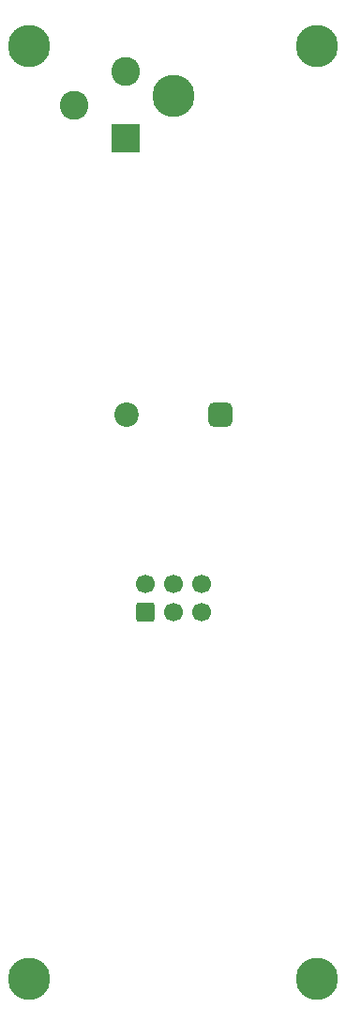
<source format=gbr>
%TF.GenerationSoftware,KiCad,Pcbnew,(6.0.6)*%
%TF.CreationDate,2023-01-23T13:41:07-05:00*%
%TF.ProjectId,esp32-wled,65737033-322d-4776-9c65-642e6b696361,rev?*%
%TF.SameCoordinates,Original*%
%TF.FileFunction,Soldermask,Bot*%
%TF.FilePolarity,Negative*%
%FSLAX46Y46*%
G04 Gerber Fmt 4.6, Leading zero omitted, Abs format (unit mm)*
G04 Created by KiCad (PCBNEW (6.0.6)) date 2023-01-23 13:41:07*
%MOMM*%
%LPD*%
G01*
G04 APERTURE LIST*
G04 Aperture macros list*
%AMRoundRect*
0 Rectangle with rounded corners*
0 $1 Rounding radius*
0 $2 $3 $4 $5 $6 $7 $8 $9 X,Y pos of 4 corners*
0 Add a 4 corners polygon primitive as box body*
4,1,4,$2,$3,$4,$5,$6,$7,$8,$9,$2,$3,0*
0 Add four circle primitives for the rounded corners*
1,1,$1+$1,$2,$3*
1,1,$1+$1,$4,$5*
1,1,$1+$1,$6,$7*
1,1,$1+$1,$8,$9*
0 Add four rect primitives between the rounded corners*
20,1,$1+$1,$2,$3,$4,$5,0*
20,1,$1+$1,$4,$5,$6,$7,0*
20,1,$1+$1,$6,$7,$8,$9,0*
20,1,$1+$1,$8,$9,$2,$3,0*%
G04 Aperture macros list end*
%ADD10RoundRect,0.550000X0.550000X0.550000X-0.550000X0.550000X-0.550000X-0.550000X0.550000X-0.550000X0*%
%ADD11C,3.800000*%
%ADD12RoundRect,0.250000X0.600000X-0.600000X0.600000X0.600000X-0.600000X0.600000X-0.600000X-0.600000X0*%
%ADD13C,1.700000*%
%ADD14C,2.200000*%
%ADD15R,2.600000X2.600000*%
%ADD16C,2.600000*%
G04 APERTURE END LIST*
D10*
%TO.C,12V*%
X137305600Y-89961550D03*
%TD*%
D11*
%TO.C, *%
X120038400Y-140766800D03*
%TD*%
D12*
%TO.C,H1*%
X130493400Y-107737300D03*
D13*
X130493400Y-105197300D03*
X133033400Y-107737300D03*
X133033400Y-105197300D03*
X135573400Y-107737300D03*
X135573400Y-105197300D03*
%TD*%
D11*
%TO.C, *%
X133038400Y-61275550D03*
%TD*%
D14*
%TO.C,GND*%
X128799600Y-89961550D03*
%TD*%
D15*
%TO.C,J1*%
X128752600Y-65125600D03*
D16*
X128752600Y-59125600D03*
X124052600Y-62125600D03*
%TD*%
D11*
%TO.C, *%
X146038400Y-140766800D03*
%TD*%
%TO.C, *%
X120038400Y-56766800D03*
%TD*%
%TO.C, *%
X146038400Y-56766800D03*
%TD*%
M02*

</source>
